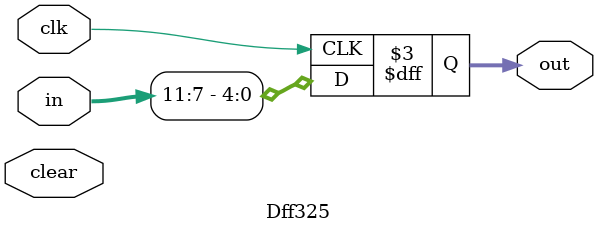
<source format=v>
module Dff325(out, clear, in, clk);
	input [31:0] in;
	input clear; // 1 is clear, 0 is not clear
	input clk;
	output reg[4:0] out;
	initial	
	begin
		 out <= 32'h0;
	end

	always @(posedge clk)
	begin
		//out = (clear)? 32'h0 : in;
		out <= in[11:7];
end
endmodule


</source>
